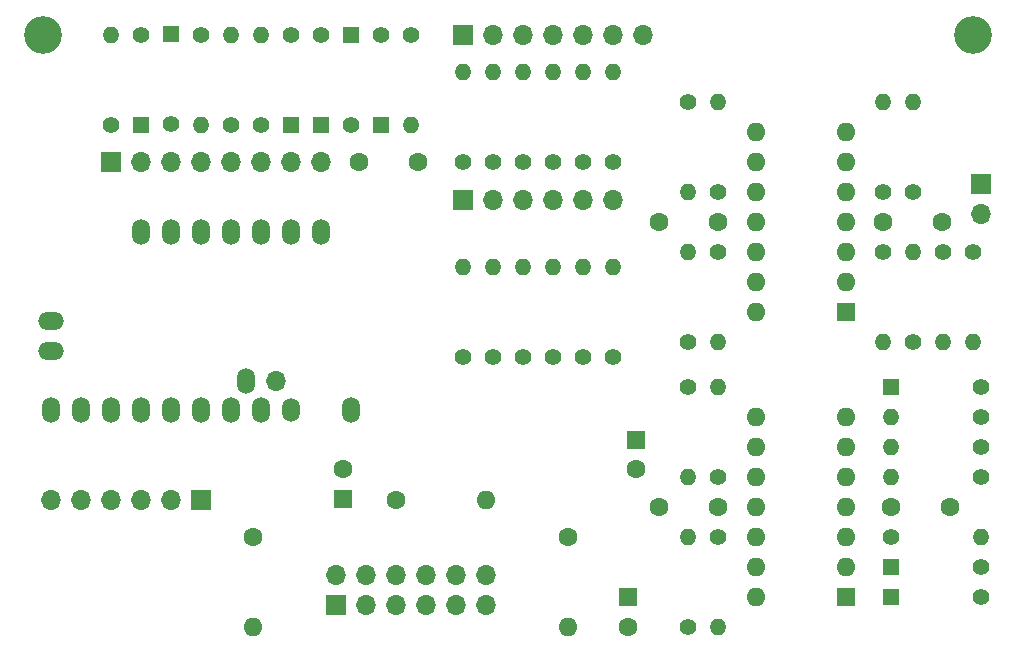
<source format=gts>
G04 #@! TF.GenerationSoftware,KiCad,Pcbnew,7.0.10*
G04 #@! TF.CreationDate,2025-06-07T09:47:01+01:00*
G04 #@! TF.ProjectId,Eudlidean_Rhythms_R,4575646c-6964-4656-916e-5f5268797468,rev?*
G04 #@! TF.SameCoordinates,Original*
G04 #@! TF.FileFunction,Soldermask,Top*
G04 #@! TF.FilePolarity,Negative*
%FSLAX46Y46*%
G04 Gerber Fmt 4.6, Leading zero omitted, Abs format (unit mm)*
G04 Created by KiCad (PCBNEW 7.0.10) date 2025-06-07 09:47:01*
%MOMM*%
%LPD*%
G01*
G04 APERTURE LIST*
%ADD10C,1.400000*%
%ADD11O,1.400000X1.400000*%
%ADD12R,1.400000X1.400000*%
%ADD13R,1.700000X1.700000*%
%ADD14O,1.700000X1.700000*%
%ADD15R,1.600000X1.600000*%
%ADD16O,1.600000X1.600000*%
%ADD17C,1.600000*%
%ADD18O,1.500000X2.200000*%
%ADD19O,1.500000X2.000000*%
%ADD20O,2.200000X1.500000*%
%ADD21C,3.200000*%
G04 APERTURE END LIST*
D10*
X141605000Y-135930000D03*
D11*
X149225000Y-135930000D03*
D12*
X141605000Y-123230000D03*
D10*
X149225000Y-123230000D03*
D13*
X105410000Y-107315000D03*
D14*
X107950000Y-107315000D03*
X110490000Y-107315000D03*
X113030000Y-107315000D03*
X115570000Y-107315000D03*
X118110000Y-107315000D03*
D12*
X78105000Y-100965000D03*
D10*
X78105000Y-93345000D03*
X85765000Y-100965000D03*
D11*
X85765000Y-93345000D03*
D10*
X149225000Y-125770000D03*
D11*
X141605000Y-125770000D03*
D10*
X124460000Y-143550000D03*
D11*
X124460000Y-135930000D03*
D15*
X137795000Y-116840000D03*
D16*
X137795000Y-114300000D03*
X137795000Y-111760000D03*
X137795000Y-109220000D03*
X137795000Y-106680000D03*
X137795000Y-104140000D03*
X137795000Y-101600000D03*
X130175000Y-101600000D03*
X130175000Y-104140000D03*
X130175000Y-106680000D03*
X130175000Y-109220000D03*
X130175000Y-111760000D03*
X130175000Y-114300000D03*
X130175000Y-116840000D03*
D12*
X80645000Y-93319600D03*
D10*
X80645000Y-100939600D03*
X88320000Y-100965000D03*
D11*
X88320000Y-93345000D03*
D10*
X105410000Y-120650000D03*
D11*
X105410000Y-113030000D03*
D10*
X115570000Y-104140000D03*
D11*
X115570000Y-96520000D03*
D10*
X118110000Y-120650000D03*
D11*
X118110000Y-113030000D03*
D17*
X141645000Y-133390000D03*
X146645000Y-133390000D03*
D13*
X105410000Y-93345000D03*
D14*
X107950000Y-93345000D03*
X110490000Y-93345000D03*
X113030000Y-93345000D03*
X115570000Y-93345000D03*
X118110000Y-93345000D03*
X120650000Y-93345000D03*
D10*
X124460000Y-123230000D03*
D11*
X124460000Y-130850000D03*
D10*
X127000000Y-111760000D03*
D11*
X127000000Y-119380000D03*
D10*
X124460000Y-119380000D03*
D11*
X124460000Y-111760000D03*
D17*
X126960000Y-133390000D03*
X121960000Y-133390000D03*
D15*
X137795000Y-141010000D03*
D16*
X137795000Y-138470000D03*
X137795000Y-135930000D03*
X137795000Y-133390000D03*
X137795000Y-130850000D03*
X137795000Y-128310000D03*
X137795000Y-125770000D03*
X130175000Y-125770000D03*
X130175000Y-128310000D03*
X130175000Y-130850000D03*
X130175000Y-133390000D03*
X130175000Y-135930000D03*
X130175000Y-138470000D03*
X130175000Y-141010000D03*
D12*
X90805000Y-100965000D03*
D10*
X90805000Y-93345000D03*
D13*
X83185000Y-132715000D03*
D14*
X80645000Y-132715000D03*
X78105000Y-132715000D03*
X75565000Y-132715000D03*
X73025000Y-132715000D03*
X70485000Y-132715000D03*
D12*
X141605000Y-138470000D03*
D10*
X149225000Y-138470000D03*
X127000000Y-106680000D03*
D11*
X127000000Y-99060000D03*
D10*
X148590000Y-111760000D03*
D11*
X148590000Y-119380000D03*
D15*
X95250000Y-132650113D03*
D17*
X95250000Y-130150113D03*
D10*
X110490000Y-104140000D03*
D11*
X110490000Y-96520000D03*
D12*
X98425000Y-100965000D03*
D10*
X98425000Y-93345000D03*
X83225000Y-93345000D03*
D11*
X83225000Y-100965000D03*
D10*
X75605000Y-100965000D03*
D11*
X75605000Y-93345000D03*
D13*
X149225000Y-106040000D03*
D14*
X149225000Y-108580000D03*
D10*
X107950000Y-120650000D03*
D11*
X107950000Y-113030000D03*
D13*
X75605000Y-104140000D03*
D14*
X78145000Y-104140000D03*
X80685000Y-104140000D03*
X83225000Y-104140000D03*
X85765000Y-104140000D03*
X88305000Y-104140000D03*
X90845000Y-104140000D03*
X93385000Y-104140000D03*
D10*
X149225000Y-130850000D03*
D11*
X141605000Y-130850000D03*
D17*
X101560000Y-104140000D03*
X96560000Y-104140000D03*
D10*
X118110000Y-104140000D03*
D11*
X118110000Y-96520000D03*
D13*
X94615000Y-141605000D03*
D14*
X94615000Y-139065000D03*
X97155000Y-141605000D03*
X97155000Y-139065000D03*
X99695000Y-141605000D03*
X99695000Y-139065000D03*
X102235000Y-141605000D03*
X102235000Y-139065000D03*
X104775000Y-141605000D03*
X104775000Y-139065000D03*
X107315000Y-141605000D03*
X107315000Y-139065000D03*
D10*
X100965000Y-93345000D03*
D11*
X100965000Y-100965000D03*
D10*
X146050000Y-111760000D03*
D11*
X146050000Y-119380000D03*
D17*
X114300000Y-135890000D03*
D16*
X114300000Y-143510000D03*
D17*
X126960000Y-109220000D03*
X121960000Y-109220000D03*
D10*
X143510000Y-106680000D03*
D11*
X143510000Y-99060000D03*
D15*
X120015000Y-127635000D03*
D17*
X120015000Y-130135000D03*
D10*
X143510000Y-119380000D03*
D11*
X143510000Y-111760000D03*
D10*
X113030000Y-120650000D03*
D11*
X113030000Y-113030000D03*
D15*
X119380000Y-140970000D03*
D17*
X119380000Y-143470000D03*
D12*
X141605000Y-141010000D03*
D10*
X149225000Y-141010000D03*
X124460000Y-99060000D03*
D11*
X124460000Y-106680000D03*
D10*
X127000000Y-130850000D03*
D11*
X127000000Y-123230000D03*
D17*
X140970000Y-109260000D03*
X145970000Y-109260000D03*
D18*
X93345000Y-110055000D03*
X90805000Y-110055000D03*
X88265000Y-110055000D03*
X85725000Y-110055000D03*
X83185000Y-110055000D03*
X80645000Y-110055000D03*
X78105000Y-110055000D03*
X70485000Y-125095000D03*
X73025000Y-125095000D03*
X75565000Y-125095000D03*
X78105000Y-125095000D03*
X80645000Y-125095000D03*
X83185000Y-125095000D03*
X85725000Y-125095000D03*
X88265000Y-125095000D03*
D19*
X90805000Y-125095000D03*
D18*
X95885000Y-125095000D03*
D14*
X89535000Y-122655000D03*
D18*
X86995000Y-122655000D03*
D20*
X70485000Y-120115000D03*
X70485000Y-117575000D03*
D10*
X140970000Y-106680000D03*
D11*
X140970000Y-99060000D03*
D10*
X140970000Y-111760000D03*
D11*
X140970000Y-119380000D03*
D10*
X149225000Y-128310000D03*
D11*
X141605000Y-128310000D03*
D17*
X99695000Y-132715000D03*
D16*
X107315000Y-132715000D03*
D21*
X148590000Y-93345000D03*
D12*
X95885000Y-93345000D03*
D10*
X95885000Y-100965000D03*
X107950000Y-104140000D03*
D11*
X107950000Y-96520000D03*
D10*
X105410000Y-104140000D03*
D11*
X105410000Y-96520000D03*
D12*
X93385000Y-100965000D03*
D10*
X93385000Y-93345000D03*
X113030000Y-104140000D03*
D11*
X113030000Y-96520000D03*
D10*
X127000000Y-135930000D03*
D11*
X127000000Y-143550000D03*
D17*
X87630000Y-135890000D03*
D16*
X87630000Y-143510000D03*
D10*
X110490000Y-120650000D03*
D11*
X110490000Y-113030000D03*
D10*
X115570000Y-120650000D03*
D11*
X115570000Y-113030000D03*
D21*
X69850000Y-93345000D03*
M02*

</source>
